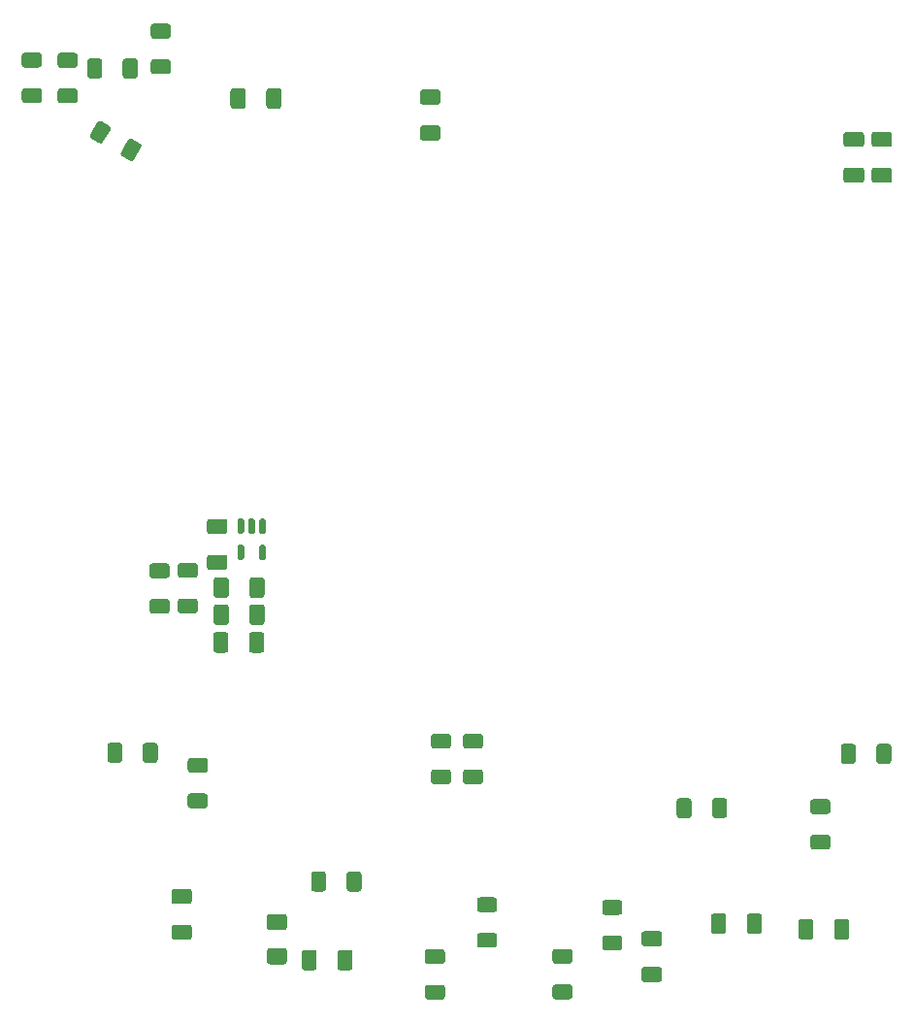
<source format=gbp>
G04 #@! TF.GenerationSoftware,KiCad,Pcbnew,(5.1.12-1-10_14)*
G04 #@! TF.CreationDate,2023-02-02T16:13:30-08:00*
G04 #@! TF.ProjectId,mouse_v2_PAIN,6d6f7573-655f-4763-925f-5041494e2e6b,rev?*
G04 #@! TF.SameCoordinates,Original*
G04 #@! TF.FileFunction,Paste,Bot*
G04 #@! TF.FilePolarity,Positive*
%FSLAX46Y46*%
G04 Gerber Fmt 4.6, Leading zero omitted, Abs format (unit mm)*
G04 Created by KiCad (PCBNEW (5.1.12-1-10_14)) date 2023-02-02 16:13:30*
%MOMM*%
%LPD*%
G01*
G04 APERTURE LIST*
G04 APERTURE END LIST*
G36*
G01*
X128463400Y-59598399D02*
X128463400Y-60848401D01*
G75*
G02*
X128213401Y-61098400I-249999J0D01*
G01*
X127413399Y-61098400D01*
G75*
G02*
X127163400Y-60848401I0J249999D01*
G01*
X127163400Y-59598399D01*
G75*
G02*
X127413399Y-59348400I249999J0D01*
G01*
X128213401Y-59348400D01*
G75*
G02*
X128463400Y-59598399I0J-249999D01*
G01*
G37*
G36*
G01*
X125363400Y-59598399D02*
X125363400Y-60848401D01*
G75*
G02*
X125113401Y-61098400I-249999J0D01*
G01*
X124313399Y-61098400D01*
G75*
G02*
X124063400Y-60848401I0J249999D01*
G01*
X124063400Y-59598399D01*
G75*
G02*
X124313399Y-59348400I249999J0D01*
G01*
X125113401Y-59348400D01*
G75*
G02*
X125363400Y-59598399I0J-249999D01*
G01*
G37*
G36*
G01*
X118602599Y-61936200D02*
X119852601Y-61936200D01*
G75*
G02*
X120102600Y-62186199I0J-249999D01*
G01*
X120102600Y-62986201D01*
G75*
G02*
X119852601Y-63236200I-249999J0D01*
G01*
X118602599Y-63236200D01*
G75*
G02*
X118352600Y-62986201I0J249999D01*
G01*
X118352600Y-62186199D01*
G75*
G02*
X118602599Y-61936200I249999J0D01*
G01*
G37*
G36*
G01*
X118602599Y-58836200D02*
X119852601Y-58836200D01*
G75*
G02*
X120102600Y-59086199I0J-249999D01*
G01*
X120102600Y-59886201D01*
G75*
G02*
X119852601Y-60136200I-249999J0D01*
G01*
X118602599Y-60136200D01*
G75*
G02*
X118352600Y-59886201I0J249999D01*
G01*
X118352600Y-59086199D01*
G75*
G02*
X118602599Y-58836200I249999J0D01*
G01*
G37*
G36*
G01*
X121726799Y-58861000D02*
X122976801Y-58861000D01*
G75*
G02*
X123226800Y-59110999I0J-249999D01*
G01*
X123226800Y-59911001D01*
G75*
G02*
X122976801Y-60161000I-249999J0D01*
G01*
X121726799Y-60161000D01*
G75*
G02*
X121476800Y-59911001I0J249999D01*
G01*
X121476800Y-59110999D01*
G75*
G02*
X121726799Y-58861000I249999J0D01*
G01*
G37*
G36*
G01*
X121726799Y-61961000D02*
X122976801Y-61961000D01*
G75*
G02*
X123226800Y-62210999I0J-249999D01*
G01*
X123226800Y-63011001D01*
G75*
G02*
X122976801Y-63261000I-249999J0D01*
G01*
X121726799Y-63261000D01*
G75*
G02*
X121476800Y-63011001I0J249999D01*
G01*
X121476800Y-62210999D01*
G75*
G02*
X121726799Y-61961000I249999J0D01*
G01*
G37*
G36*
G01*
X136560600Y-63489602D02*
X136560600Y-62189598D01*
G75*
G02*
X136810598Y-61939600I249998J0D01*
G01*
X137635602Y-61939600D01*
G75*
G02*
X137885600Y-62189598I0J-249998D01*
G01*
X137885600Y-63489602D01*
G75*
G02*
X137635602Y-63739600I-249998J0D01*
G01*
X136810598Y-63739600D01*
G75*
G02*
X136560600Y-63489602I0J249998D01*
G01*
G37*
G36*
G01*
X139685600Y-63489602D02*
X139685600Y-62189598D01*
G75*
G02*
X139935598Y-61939600I249998J0D01*
G01*
X140760602Y-61939600D01*
G75*
G02*
X141010600Y-62189598I0J-249998D01*
G01*
X141010600Y-63489602D01*
G75*
G02*
X140760602Y-63739600I-249998J0D01*
G01*
X139935598Y-63739600D01*
G75*
G02*
X139685600Y-63489602I0J249998D01*
G01*
G37*
G36*
G01*
X154650202Y-66512400D02*
X153350198Y-66512400D01*
G75*
G02*
X153100200Y-66262402I0J249998D01*
G01*
X153100200Y-65437398D01*
G75*
G02*
X153350198Y-65187400I249998J0D01*
G01*
X154650202Y-65187400D01*
G75*
G02*
X154900200Y-65437398I0J-249998D01*
G01*
X154900200Y-66262402D01*
G75*
G02*
X154650202Y-66512400I-249998J0D01*
G01*
G37*
G36*
G01*
X154650202Y-63387400D02*
X153350198Y-63387400D01*
G75*
G02*
X153100200Y-63137402I0J249998D01*
G01*
X153100200Y-62312398D01*
G75*
G02*
X153350198Y-62062400I249998J0D01*
G01*
X154650202Y-62062400D01*
G75*
G02*
X154900200Y-62312398I0J-249998D01*
G01*
X154900200Y-63137402D01*
G75*
G02*
X154650202Y-63387400I-249998J0D01*
G01*
G37*
G36*
G01*
X191124000Y-119389999D02*
X191124000Y-120640001D01*
G75*
G02*
X190874001Y-120890000I-249999J0D01*
G01*
X190073999Y-120890000D01*
G75*
G02*
X189824000Y-120640001I0J249999D01*
G01*
X189824000Y-119389999D01*
G75*
G02*
X190073999Y-119140000I249999J0D01*
G01*
X190874001Y-119140000D01*
G75*
G02*
X191124000Y-119389999I0J-249999D01*
G01*
G37*
G36*
G01*
X194224000Y-119389999D02*
X194224000Y-120640001D01*
G75*
G02*
X193974001Y-120890000I-249999J0D01*
G01*
X193173999Y-120890000D01*
G75*
G02*
X192924000Y-120640001I0J249999D01*
G01*
X192924000Y-119389999D01*
G75*
G02*
X193173999Y-119140000I249999J0D01*
G01*
X193974001Y-119140000D01*
G75*
G02*
X194224000Y-119389999I0J-249999D01*
G01*
G37*
G36*
G01*
X166156801Y-138317400D02*
X164906799Y-138317400D01*
G75*
G02*
X164656800Y-138067401I0J249999D01*
G01*
X164656800Y-137267399D01*
G75*
G02*
X164906799Y-137017400I249999J0D01*
G01*
X166156801Y-137017400D01*
G75*
G02*
X166406800Y-137267399I0J-249999D01*
G01*
X166406800Y-138067401D01*
G75*
G02*
X166156801Y-138317400I-249999J0D01*
G01*
G37*
G36*
G01*
X166156801Y-141417400D02*
X164906799Y-141417400D01*
G75*
G02*
X164656800Y-141167401I0J249999D01*
G01*
X164656800Y-140367399D01*
G75*
G02*
X164906799Y-140117400I249999J0D01*
G01*
X166156801Y-140117400D01*
G75*
G02*
X166406800Y-140367399I0J-249999D01*
G01*
X166406800Y-141167401D01*
G75*
G02*
X166156801Y-141417400I-249999J0D01*
G01*
G37*
G36*
G01*
X128916000Y-120538401D02*
X128916000Y-119288399D01*
G75*
G02*
X129165999Y-119038400I249999J0D01*
G01*
X129966001Y-119038400D01*
G75*
G02*
X130216000Y-119288399I0J-249999D01*
G01*
X130216000Y-120538401D01*
G75*
G02*
X129966001Y-120788400I-249999J0D01*
G01*
X129165999Y-120788400D01*
G75*
G02*
X128916000Y-120538401I0J249999D01*
G01*
G37*
G36*
G01*
X125816000Y-120538401D02*
X125816000Y-119288399D01*
G75*
G02*
X126065999Y-119038400I249999J0D01*
G01*
X126866001Y-119038400D01*
G75*
G02*
X127116000Y-119288399I0J-249999D01*
G01*
X127116000Y-120538401D01*
G75*
G02*
X126866001Y-120788400I-249999J0D01*
G01*
X126065999Y-120788400D01*
G75*
G02*
X125816000Y-120538401I0J249999D01*
G01*
G37*
G36*
G01*
X155031601Y-141442800D02*
X153781599Y-141442800D01*
G75*
G02*
X153531600Y-141192801I0J249999D01*
G01*
X153531600Y-140392799D01*
G75*
G02*
X153781599Y-140142800I249999J0D01*
G01*
X155031601Y-140142800D01*
G75*
G02*
X155281600Y-140392799I0J-249999D01*
G01*
X155281600Y-141192801D01*
G75*
G02*
X155031601Y-141442800I-249999J0D01*
G01*
G37*
G36*
G01*
X155031601Y-138342800D02*
X153781599Y-138342800D01*
G75*
G02*
X153531600Y-138092801I0J249999D01*
G01*
X153531600Y-137292799D01*
G75*
G02*
X153781599Y-137042800I249999J0D01*
G01*
X155031601Y-137042800D01*
G75*
G02*
X155281600Y-137292799I0J-249999D01*
G01*
X155281600Y-138092801D01*
G75*
G02*
X155031601Y-138342800I-249999J0D01*
G01*
G37*
G36*
G01*
X131003201Y-104687800D02*
X129753199Y-104687800D01*
G75*
G02*
X129503200Y-104437801I0J249999D01*
G01*
X129503200Y-103637799D01*
G75*
G02*
X129753199Y-103387800I249999J0D01*
G01*
X131003201Y-103387800D01*
G75*
G02*
X131253200Y-103637799I0J-249999D01*
G01*
X131253200Y-104437801D01*
G75*
G02*
X131003201Y-104687800I-249999J0D01*
G01*
G37*
G36*
G01*
X131003201Y-107787800D02*
X129753199Y-107787800D01*
G75*
G02*
X129503200Y-107537801I0J249999D01*
G01*
X129503200Y-106737799D01*
G75*
G02*
X129753199Y-106487800I249999J0D01*
G01*
X131003201Y-106487800D01*
G75*
G02*
X131253200Y-106737799I0J-249999D01*
G01*
X131253200Y-107537801D01*
G75*
G02*
X131003201Y-107787800I-249999J0D01*
G01*
G37*
G36*
G01*
X133467001Y-107762400D02*
X132216999Y-107762400D01*
G75*
G02*
X131967000Y-107512401I0J249999D01*
G01*
X131967000Y-106712399D01*
G75*
G02*
X132216999Y-106462400I249999J0D01*
G01*
X133467001Y-106462400D01*
G75*
G02*
X133717000Y-106712399I0J-249999D01*
G01*
X133717000Y-107512401D01*
G75*
G02*
X133467001Y-107762400I-249999J0D01*
G01*
G37*
G36*
G01*
X133467001Y-104662400D02*
X132216999Y-104662400D01*
G75*
G02*
X131967000Y-104412401I0J249999D01*
G01*
X131967000Y-103612399D01*
G75*
G02*
X132216999Y-103362400I249999J0D01*
G01*
X133467001Y-103362400D01*
G75*
G02*
X133717000Y-103612399I0J-249999D01*
G01*
X133717000Y-104412401D01*
G75*
G02*
X133467001Y-104662400I-249999J0D01*
G01*
G37*
G36*
G01*
X131104801Y-57621600D02*
X129854799Y-57621600D01*
G75*
G02*
X129604800Y-57371601I0J249999D01*
G01*
X129604800Y-56571599D01*
G75*
G02*
X129854799Y-56321600I249999J0D01*
G01*
X131104801Y-56321600D01*
G75*
G02*
X131354800Y-56571599I0J-249999D01*
G01*
X131354800Y-57371601D01*
G75*
G02*
X131104801Y-57621600I-249999J0D01*
G01*
G37*
G36*
G01*
X131104801Y-60721600D02*
X129854799Y-60721600D01*
G75*
G02*
X129604800Y-60471601I0J249999D01*
G01*
X129604800Y-59671599D01*
G75*
G02*
X129854799Y-59421600I249999J0D01*
G01*
X131104801Y-59421600D01*
G75*
G02*
X131354800Y-59671599I0J-249999D01*
G01*
X131354800Y-60471601D01*
G75*
G02*
X131104801Y-60721600I-249999J0D01*
G01*
G37*
G36*
G01*
X188661201Y-128361800D02*
X187411199Y-128361800D01*
G75*
G02*
X187161200Y-128111801I0J249999D01*
G01*
X187161200Y-127311799D01*
G75*
G02*
X187411199Y-127061800I249999J0D01*
G01*
X188661201Y-127061800D01*
G75*
G02*
X188911200Y-127311799I0J-249999D01*
G01*
X188911200Y-128111801D01*
G75*
G02*
X188661201Y-128361800I-249999J0D01*
G01*
G37*
G36*
G01*
X188661201Y-125261800D02*
X187411199Y-125261800D01*
G75*
G02*
X187161200Y-125011801I0J249999D01*
G01*
X187161200Y-124211799D01*
G75*
G02*
X187411199Y-123961800I249999J0D01*
G01*
X188661201Y-123961800D01*
G75*
G02*
X188911200Y-124211799I0J-249999D01*
G01*
X188911200Y-125011801D01*
G75*
G02*
X188661201Y-125261800I-249999J0D01*
G01*
G37*
G36*
G01*
X169250199Y-132750200D02*
X170500201Y-132750200D01*
G75*
G02*
X170750200Y-133000199I0J-249999D01*
G01*
X170750200Y-133800201D01*
G75*
G02*
X170500201Y-134050200I-249999J0D01*
G01*
X169250199Y-134050200D01*
G75*
G02*
X169000200Y-133800201I0J249999D01*
G01*
X169000200Y-133000199D01*
G75*
G02*
X169250199Y-132750200I249999J0D01*
G01*
G37*
G36*
G01*
X169250199Y-135850200D02*
X170500201Y-135850200D01*
G75*
G02*
X170750200Y-136100199I0J-249999D01*
G01*
X170750200Y-136900201D01*
G75*
G02*
X170500201Y-137150200I-249999J0D01*
G01*
X169250199Y-137150200D01*
G75*
G02*
X169000200Y-136900201I0J249999D01*
G01*
X169000200Y-136100199D01*
G75*
G02*
X169250199Y-135850200I249999J0D01*
G01*
G37*
G36*
G01*
X133080599Y-120355000D02*
X134330601Y-120355000D01*
G75*
G02*
X134580600Y-120604999I0J-249999D01*
G01*
X134580600Y-121405001D01*
G75*
G02*
X134330601Y-121655000I-249999J0D01*
G01*
X133080599Y-121655000D01*
G75*
G02*
X132830600Y-121405001I0J249999D01*
G01*
X132830600Y-120604999D01*
G75*
G02*
X133080599Y-120355000I249999J0D01*
G01*
G37*
G36*
G01*
X133080599Y-123455000D02*
X134330601Y-123455000D01*
G75*
G02*
X134580600Y-123704999I0J-249999D01*
G01*
X134580600Y-124505001D01*
G75*
G02*
X134330601Y-124755000I-249999J0D01*
G01*
X133080599Y-124755000D01*
G75*
G02*
X132830600Y-124505001I0J249999D01*
G01*
X132830600Y-123704999D01*
G75*
G02*
X133080599Y-123455000I249999J0D01*
G01*
G37*
G36*
G01*
X158328199Y-132521600D02*
X159578201Y-132521600D01*
G75*
G02*
X159828200Y-132771599I0J-249999D01*
G01*
X159828200Y-133571601D01*
G75*
G02*
X159578201Y-133821600I-249999J0D01*
G01*
X158328199Y-133821600D01*
G75*
G02*
X158078200Y-133571601I0J249999D01*
G01*
X158078200Y-132771599D01*
G75*
G02*
X158328199Y-132521600I249999J0D01*
G01*
G37*
G36*
G01*
X158328199Y-135621600D02*
X159578201Y-135621600D01*
G75*
G02*
X159828200Y-135871599I0J-249999D01*
G01*
X159828200Y-136671601D01*
G75*
G02*
X159578201Y-136921600I-249999J0D01*
G01*
X158328199Y-136921600D01*
G75*
G02*
X158078200Y-136671601I0J249999D01*
G01*
X158078200Y-135871599D01*
G75*
G02*
X158328199Y-135621600I249999J0D01*
G01*
G37*
G36*
G01*
X144896000Y-130515199D02*
X144896000Y-131765201D01*
G75*
G02*
X144646001Y-132015200I-249999J0D01*
G01*
X143845999Y-132015200D01*
G75*
G02*
X143596000Y-131765201I0J249999D01*
G01*
X143596000Y-130515199D01*
G75*
G02*
X143845999Y-130265200I249999J0D01*
G01*
X144646001Y-130265200D01*
G75*
G02*
X144896000Y-130515199I0J-249999D01*
G01*
G37*
G36*
G01*
X147996000Y-130515199D02*
X147996000Y-131765201D01*
G75*
G02*
X147746001Y-132015200I-249999J0D01*
G01*
X146945999Y-132015200D01*
G75*
G02*
X146696000Y-131765201I0J249999D01*
G01*
X146696000Y-130515199D01*
G75*
G02*
X146945999Y-130265200I249999J0D01*
G01*
X147746001Y-130265200D01*
G75*
G02*
X147996000Y-130515199I0J-249999D01*
G01*
G37*
G36*
G01*
X128760556Y-67106733D02*
X128135555Y-68189266D01*
G75*
G02*
X127794050Y-68280772I-216505J124999D01*
G01*
X127101227Y-67880771D01*
G75*
G02*
X127009722Y-67539267I125000J216505D01*
G01*
X127634723Y-66456734D01*
G75*
G02*
X127976228Y-66365228I216505J-124999D01*
G01*
X128669051Y-66765229D01*
G75*
G02*
X128760556Y-67106733I-125000J-216505D01*
G01*
G37*
G36*
G01*
X126075878Y-65556733D02*
X125450877Y-66639266D01*
G75*
G02*
X125109372Y-66730772I-216505J124999D01*
G01*
X124416549Y-66330771D01*
G75*
G02*
X124325044Y-65989267I125000J216505D01*
G01*
X124950045Y-64906734D01*
G75*
G02*
X125291550Y-64815228I216505J-124999D01*
G01*
X125984373Y-65215229D01*
G75*
G02*
X126075878Y-65556733I-125000J-216505D01*
G01*
G37*
G36*
G01*
X157108999Y-121346800D02*
X158359001Y-121346800D01*
G75*
G02*
X158609000Y-121596799I0J-249999D01*
G01*
X158609000Y-122396801D01*
G75*
G02*
X158359001Y-122646800I-249999J0D01*
G01*
X157108999Y-122646800D01*
G75*
G02*
X156859000Y-122396801I0J249999D01*
G01*
X156859000Y-121596799D01*
G75*
G02*
X157108999Y-121346800I249999J0D01*
G01*
G37*
G36*
G01*
X157108999Y-118246800D02*
X158359001Y-118246800D01*
G75*
G02*
X158609000Y-118496799I0J-249999D01*
G01*
X158609000Y-119296801D01*
G75*
G02*
X158359001Y-119546800I-249999J0D01*
G01*
X157108999Y-119546800D01*
G75*
G02*
X156859000Y-119296801I0J249999D01*
G01*
X156859000Y-118496799D01*
G75*
G02*
X157108999Y-118246800I249999J0D01*
G01*
G37*
G36*
G01*
X155565001Y-122646800D02*
X154314999Y-122646800D01*
G75*
G02*
X154065000Y-122396801I0J249999D01*
G01*
X154065000Y-121596799D01*
G75*
G02*
X154314999Y-121346800I249999J0D01*
G01*
X155565001Y-121346800D01*
G75*
G02*
X155815000Y-121596799I0J-249999D01*
G01*
X155815000Y-122396801D01*
G75*
G02*
X155565001Y-122646800I-249999J0D01*
G01*
G37*
G36*
G01*
X155565001Y-119546800D02*
X154314999Y-119546800D01*
G75*
G02*
X154065000Y-119296801I0J249999D01*
G01*
X154065000Y-118496799D01*
G75*
G02*
X154314999Y-118246800I249999J0D01*
G01*
X155565001Y-118246800D01*
G75*
G02*
X155815000Y-118496799I0J-249999D01*
G01*
X155815000Y-119296801D01*
G75*
G02*
X155565001Y-119546800I-249999J0D01*
G01*
G37*
G36*
G01*
X190307198Y-65745400D02*
X191607202Y-65745400D01*
G75*
G02*
X191857200Y-65995398I0J-249998D01*
G01*
X191857200Y-66820402D01*
G75*
G02*
X191607202Y-67070400I-249998J0D01*
G01*
X190307198Y-67070400D01*
G75*
G02*
X190057200Y-66820402I0J249998D01*
G01*
X190057200Y-65995398D01*
G75*
G02*
X190307198Y-65745400I249998J0D01*
G01*
G37*
G36*
G01*
X190307198Y-68870400D02*
X191607202Y-68870400D01*
G75*
G02*
X191857200Y-69120398I0J-249998D01*
G01*
X191857200Y-69945402D01*
G75*
G02*
X191607202Y-70195400I-249998J0D01*
G01*
X190307198Y-70195400D01*
G75*
G02*
X190057200Y-69945402I0J249998D01*
G01*
X190057200Y-69120398D01*
G75*
G02*
X190307198Y-68870400I249998J0D01*
G01*
G37*
G36*
G01*
X135087400Y-108523802D02*
X135087400Y-107223798D01*
G75*
G02*
X135337398Y-106973800I249998J0D01*
G01*
X136162402Y-106973800D01*
G75*
G02*
X136412400Y-107223798I0J-249998D01*
G01*
X136412400Y-108523802D01*
G75*
G02*
X136162402Y-108773800I-249998J0D01*
G01*
X135337398Y-108773800D01*
G75*
G02*
X135087400Y-108523802I0J249998D01*
G01*
G37*
G36*
G01*
X138212400Y-108523802D02*
X138212400Y-107223798D01*
G75*
G02*
X138462398Y-106973800I249998J0D01*
G01*
X139287402Y-106973800D01*
G75*
G02*
X139537400Y-107223798I0J-249998D01*
G01*
X139537400Y-108523802D01*
G75*
G02*
X139287402Y-108773800I-249998J0D01*
G01*
X138462398Y-108773800D01*
G75*
G02*
X138212400Y-108523802I0J249998D01*
G01*
G37*
G36*
G01*
X138212400Y-106161602D02*
X138212400Y-104861598D01*
G75*
G02*
X138462398Y-104611600I249998J0D01*
G01*
X139287402Y-104611600D01*
G75*
G02*
X139537400Y-104861598I0J-249998D01*
G01*
X139537400Y-106161602D01*
G75*
G02*
X139287402Y-106411600I-249998J0D01*
G01*
X138462398Y-106411600D01*
G75*
G02*
X138212400Y-106161602I0J249998D01*
G01*
G37*
G36*
G01*
X135087400Y-106161602D02*
X135087400Y-104861598D01*
G75*
G02*
X135337398Y-104611600I249998J0D01*
G01*
X136162402Y-104611600D01*
G75*
G02*
X136412400Y-104861598I0J-249998D01*
G01*
X136412400Y-106161602D01*
G75*
G02*
X136162402Y-106411600I-249998J0D01*
G01*
X135337398Y-106411600D01*
G75*
G02*
X135087400Y-106161602I0J249998D01*
G01*
G37*
G36*
G01*
X137304600Y-99495200D02*
X137604600Y-99495200D01*
G75*
G02*
X137754600Y-99645200I0J-150000D01*
G01*
X137754600Y-100670200D01*
G75*
G02*
X137604600Y-100820200I-150000J0D01*
G01*
X137304600Y-100820200D01*
G75*
G02*
X137154600Y-100670200I0J150000D01*
G01*
X137154600Y-99645200D01*
G75*
G02*
X137304600Y-99495200I150000J0D01*
G01*
G37*
G36*
G01*
X138254600Y-99495200D02*
X138554600Y-99495200D01*
G75*
G02*
X138704600Y-99645200I0J-150000D01*
G01*
X138704600Y-100670200D01*
G75*
G02*
X138554600Y-100820200I-150000J0D01*
G01*
X138254600Y-100820200D01*
G75*
G02*
X138104600Y-100670200I0J150000D01*
G01*
X138104600Y-99645200D01*
G75*
G02*
X138254600Y-99495200I150000J0D01*
G01*
G37*
G36*
G01*
X139204600Y-99495200D02*
X139504600Y-99495200D01*
G75*
G02*
X139654600Y-99645200I0J-150000D01*
G01*
X139654600Y-100670200D01*
G75*
G02*
X139504600Y-100820200I-150000J0D01*
G01*
X139204600Y-100820200D01*
G75*
G02*
X139054600Y-100670200I0J150000D01*
G01*
X139054600Y-99645200D01*
G75*
G02*
X139204600Y-99495200I150000J0D01*
G01*
G37*
G36*
G01*
X139204600Y-101770200D02*
X139504600Y-101770200D01*
G75*
G02*
X139654600Y-101920200I0J-150000D01*
G01*
X139654600Y-102945200D01*
G75*
G02*
X139504600Y-103095200I-150000J0D01*
G01*
X139204600Y-103095200D01*
G75*
G02*
X139054600Y-102945200I0J150000D01*
G01*
X139054600Y-101920200D01*
G75*
G02*
X139204600Y-101770200I150000J0D01*
G01*
G37*
G36*
G01*
X137304600Y-101770200D02*
X137604600Y-101770200D01*
G75*
G02*
X137754600Y-101920200I0J-150000D01*
G01*
X137754600Y-102945200D01*
G75*
G02*
X137604600Y-103095200I-150000J0D01*
G01*
X137304600Y-103095200D01*
G75*
G02*
X137154600Y-102945200I0J150000D01*
G01*
X137154600Y-101920200D01*
G75*
G02*
X137304600Y-101770200I150000J0D01*
G01*
G37*
G36*
G01*
X134757398Y-99515100D02*
X136057402Y-99515100D01*
G75*
G02*
X136307400Y-99765098I0J-249998D01*
G01*
X136307400Y-100590102D01*
G75*
G02*
X136057402Y-100840100I-249998J0D01*
G01*
X134757398Y-100840100D01*
G75*
G02*
X134507400Y-100590102I0J249998D01*
G01*
X134507400Y-99765098D01*
G75*
G02*
X134757398Y-99515100I249998J0D01*
G01*
G37*
G36*
G01*
X134757398Y-102640100D02*
X136057402Y-102640100D01*
G75*
G02*
X136307400Y-102890098I0J-249998D01*
G01*
X136307400Y-103715102D01*
G75*
G02*
X136057402Y-103965100I-249998J0D01*
G01*
X134757398Y-103965100D01*
G75*
G02*
X134507400Y-103715102I0J249998D01*
G01*
X134507400Y-102890098D01*
G75*
G02*
X134757398Y-102640100I249998J0D01*
G01*
G37*
G36*
G01*
X138187000Y-110936802D02*
X138187000Y-109636798D01*
G75*
G02*
X138436998Y-109386800I249998J0D01*
G01*
X139262002Y-109386800D01*
G75*
G02*
X139512000Y-109636798I0J-249998D01*
G01*
X139512000Y-110936802D01*
G75*
G02*
X139262002Y-111186800I-249998J0D01*
G01*
X138436998Y-111186800D01*
G75*
G02*
X138187000Y-110936802I0J249998D01*
G01*
G37*
G36*
G01*
X135062000Y-110936802D02*
X135062000Y-109636798D01*
G75*
G02*
X135311998Y-109386800I249998J0D01*
G01*
X136137002Y-109386800D01*
G75*
G02*
X136387000Y-109636798I0J-249998D01*
G01*
X136387000Y-110936802D01*
G75*
G02*
X136137002Y-111186800I-249998J0D01*
G01*
X135311998Y-111186800D01*
G75*
G02*
X135062000Y-110936802I0J249998D01*
G01*
G37*
G36*
G01*
X178496000Y-135473202D02*
X178496000Y-134173198D01*
G75*
G02*
X178745998Y-133923200I249998J0D01*
G01*
X179571002Y-133923200D01*
G75*
G02*
X179821000Y-134173198I0J-249998D01*
G01*
X179821000Y-135473202D01*
G75*
G02*
X179571002Y-135723200I-249998J0D01*
G01*
X178745998Y-135723200D01*
G75*
G02*
X178496000Y-135473202I0J249998D01*
G01*
G37*
G36*
G01*
X181621000Y-135473202D02*
X181621000Y-134173198D01*
G75*
G02*
X181870998Y-133923200I249998J0D01*
G01*
X182696002Y-133923200D01*
G75*
G02*
X182946000Y-134173198I0J-249998D01*
G01*
X182946000Y-135473202D01*
G75*
G02*
X182696002Y-135723200I-249998J0D01*
G01*
X181870998Y-135723200D01*
G75*
G02*
X181621000Y-135473202I0J249998D01*
G01*
G37*
G36*
G01*
X179898400Y-124114399D02*
X179898400Y-125364401D01*
G75*
G02*
X179648401Y-125614400I-249999J0D01*
G01*
X178848399Y-125614400D01*
G75*
G02*
X178598400Y-125364401I0J249999D01*
G01*
X178598400Y-124114399D01*
G75*
G02*
X178848399Y-123864400I249999J0D01*
G01*
X179648401Y-123864400D01*
G75*
G02*
X179898400Y-124114399I0J-249999D01*
G01*
G37*
G36*
G01*
X176798400Y-124114399D02*
X176798400Y-125364401D01*
G75*
G02*
X176548401Y-125614400I-249999J0D01*
G01*
X175748399Y-125614400D01*
G75*
G02*
X175498400Y-125364401I0J249999D01*
G01*
X175498400Y-124114399D01*
G75*
G02*
X175748399Y-123864400I249999J0D01*
G01*
X176548401Y-123864400D01*
G75*
G02*
X176798400Y-124114399I0J-249999D01*
G01*
G37*
G36*
G01*
X194045602Y-70195400D02*
X192745598Y-70195400D01*
G75*
G02*
X192495600Y-69945402I0J249998D01*
G01*
X192495600Y-69120398D01*
G75*
G02*
X192745598Y-68870400I249998J0D01*
G01*
X194045602Y-68870400D01*
G75*
G02*
X194295600Y-69120398I0J-249998D01*
G01*
X194295600Y-69945402D01*
G75*
G02*
X194045602Y-70195400I-249998J0D01*
G01*
G37*
G36*
G01*
X194045602Y-67070400D02*
X192745598Y-67070400D01*
G75*
G02*
X192495600Y-66820402I0J249998D01*
G01*
X192495600Y-65995398D01*
G75*
G02*
X192745598Y-65745400I249998J0D01*
G01*
X194045602Y-65745400D01*
G75*
G02*
X194295600Y-65995398I0J-249998D01*
G01*
X194295600Y-66820402D01*
G75*
G02*
X194045602Y-67070400I-249998J0D01*
G01*
G37*
G36*
G01*
X139989400Y-133969400D02*
X141239400Y-133969400D01*
G75*
G02*
X141489400Y-134219400I0J-250000D01*
G01*
X141489400Y-135144400D01*
G75*
G02*
X141239400Y-135394400I-250000J0D01*
G01*
X139989400Y-135394400D01*
G75*
G02*
X139739400Y-135144400I0J250000D01*
G01*
X139739400Y-134219400D01*
G75*
G02*
X139989400Y-133969400I250000J0D01*
G01*
G37*
G36*
G01*
X139989400Y-136944400D02*
X141239400Y-136944400D01*
G75*
G02*
X141489400Y-137194400I0J-250000D01*
G01*
X141489400Y-138119400D01*
G75*
G02*
X141239400Y-138369400I-250000J0D01*
G01*
X139989400Y-138369400D01*
G75*
G02*
X139739400Y-138119400I0J250000D01*
G01*
X139739400Y-137194400D01*
G75*
G02*
X139989400Y-136944400I250000J0D01*
G01*
G37*
G36*
G01*
X142770500Y-138648202D02*
X142770500Y-137348198D01*
G75*
G02*
X143020498Y-137098200I249998J0D01*
G01*
X143845502Y-137098200D01*
G75*
G02*
X144095500Y-137348198I0J-249998D01*
G01*
X144095500Y-138648202D01*
G75*
G02*
X143845502Y-138898200I-249998J0D01*
G01*
X143020498Y-138898200D01*
G75*
G02*
X142770500Y-138648202I0J249998D01*
G01*
G37*
G36*
G01*
X145895500Y-138648202D02*
X145895500Y-137348198D01*
G75*
G02*
X146145498Y-137098200I249998J0D01*
G01*
X146970502Y-137098200D01*
G75*
G02*
X147220500Y-137348198I0J-249998D01*
G01*
X147220500Y-138648202D01*
G75*
G02*
X146970502Y-138898200I-249998J0D01*
G01*
X146145498Y-138898200D01*
G75*
G02*
X145895500Y-138648202I0J249998D01*
G01*
G37*
G36*
G01*
X187441000Y-134655798D02*
X187441000Y-135955802D01*
G75*
G02*
X187191002Y-136205800I-249998J0D01*
G01*
X186365998Y-136205800D01*
G75*
G02*
X186116000Y-135955802I0J249998D01*
G01*
X186116000Y-134655798D01*
G75*
G02*
X186365998Y-134405800I249998J0D01*
G01*
X187191002Y-134405800D01*
G75*
G02*
X187441000Y-134655798I0J-249998D01*
G01*
G37*
G36*
G01*
X190566000Y-134655798D02*
X190566000Y-135955802D01*
G75*
G02*
X190316002Y-136205800I-249998J0D01*
G01*
X189490998Y-136205800D01*
G75*
G02*
X189241000Y-135955802I0J249998D01*
G01*
X189241000Y-134655798D01*
G75*
G02*
X189490998Y-134405800I249998J0D01*
G01*
X190316002Y-134405800D01*
G75*
G02*
X190566000Y-134655798I0J-249998D01*
G01*
G37*
G36*
G01*
X132958602Y-136235400D02*
X131658598Y-136235400D01*
G75*
G02*
X131408600Y-135985402I0J249998D01*
G01*
X131408600Y-135160398D01*
G75*
G02*
X131658598Y-134910400I249998J0D01*
G01*
X132958602Y-134910400D01*
G75*
G02*
X133208600Y-135160398I0J-249998D01*
G01*
X133208600Y-135985402D01*
G75*
G02*
X132958602Y-136235400I-249998J0D01*
G01*
G37*
G36*
G01*
X132958602Y-133110400D02*
X131658598Y-133110400D01*
G75*
G02*
X131408600Y-132860402I0J249998D01*
G01*
X131408600Y-132035398D01*
G75*
G02*
X131658598Y-131785400I249998J0D01*
G01*
X132958602Y-131785400D01*
G75*
G02*
X133208600Y-132035398I0J-249998D01*
G01*
X133208600Y-132860402D01*
G75*
G02*
X132958602Y-133110400I-249998J0D01*
G01*
G37*
G36*
G01*
X173979602Y-136793400D02*
X172679598Y-136793400D01*
G75*
G02*
X172429600Y-136543402I0J249998D01*
G01*
X172429600Y-135718398D01*
G75*
G02*
X172679598Y-135468400I249998J0D01*
G01*
X173979602Y-135468400D01*
G75*
G02*
X174229600Y-135718398I0J-249998D01*
G01*
X174229600Y-136543402D01*
G75*
G02*
X173979602Y-136793400I-249998J0D01*
G01*
G37*
G36*
G01*
X173979602Y-139918400D02*
X172679598Y-139918400D01*
G75*
G02*
X172429600Y-139668402I0J249998D01*
G01*
X172429600Y-138843398D01*
G75*
G02*
X172679598Y-138593400I249998J0D01*
G01*
X173979602Y-138593400D01*
G75*
G02*
X174229600Y-138843398I0J-249998D01*
G01*
X174229600Y-139668402D01*
G75*
G02*
X173979602Y-139918400I-249998J0D01*
G01*
G37*
M02*

</source>
